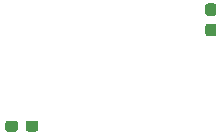
<source format=gbr>
%TF.GenerationSoftware,KiCad,Pcbnew,5.1.10-1.fc34*%
%TF.CreationDate,2021-06-03T08:00:43+01:00*%
%TF.ProjectId,A1000,41313030-302e-46b6-9963-61645f706362,rev?*%
%TF.SameCoordinates,Original*%
%TF.FileFunction,Paste,Bot*%
%TF.FilePolarity,Positive*%
%FSLAX46Y46*%
G04 Gerber Fmt 4.6, Leading zero omitted, Abs format (unit mm)*
G04 Created by KiCad (PCBNEW 5.1.10-1.fc34) date 2021-06-03 08:00:43*
%MOMM*%
%LPD*%
G01*
G04 APERTURE LIST*
G04 APERTURE END LIST*
%TO.C,C2*%
G36*
G01*
X102175000Y-79262500D02*
X102175000Y-79737500D01*
G75*
G02*
X101937500Y-79975000I-237500J0D01*
G01*
X101337500Y-79975000D01*
G75*
G02*
X101100000Y-79737500I0J237500D01*
G01*
X101100000Y-79262500D01*
G75*
G02*
X101337500Y-79025000I237500J0D01*
G01*
X101937500Y-79025000D01*
G75*
G02*
X102175000Y-79262500I0J-237500D01*
G01*
G37*
G36*
G01*
X103900000Y-79262500D02*
X103900000Y-79737500D01*
G75*
G02*
X103662500Y-79975000I-237500J0D01*
G01*
X103062500Y-79975000D01*
G75*
G02*
X102825000Y-79737500I0J237500D01*
G01*
X102825000Y-79262500D01*
G75*
G02*
X103062500Y-79025000I237500J0D01*
G01*
X103662500Y-79025000D01*
G75*
G02*
X103900000Y-79262500I0J-237500D01*
G01*
G37*
%TD*%
%TO.C,C1*%
G36*
G01*
X118737500Y-70175000D02*
X118262500Y-70175000D01*
G75*
G02*
X118025000Y-69937500I0J237500D01*
G01*
X118025000Y-69337500D01*
G75*
G02*
X118262500Y-69100000I237500J0D01*
G01*
X118737500Y-69100000D01*
G75*
G02*
X118975000Y-69337500I0J-237500D01*
G01*
X118975000Y-69937500D01*
G75*
G02*
X118737500Y-70175000I-237500J0D01*
G01*
G37*
G36*
G01*
X118737500Y-71900000D02*
X118262500Y-71900000D01*
G75*
G02*
X118025000Y-71662500I0J237500D01*
G01*
X118025000Y-71062500D01*
G75*
G02*
X118262500Y-70825000I237500J0D01*
G01*
X118737500Y-70825000D01*
G75*
G02*
X118975000Y-71062500I0J-237500D01*
G01*
X118975000Y-71662500D01*
G75*
G02*
X118737500Y-71900000I-237500J0D01*
G01*
G37*
%TD*%
M02*

</source>
